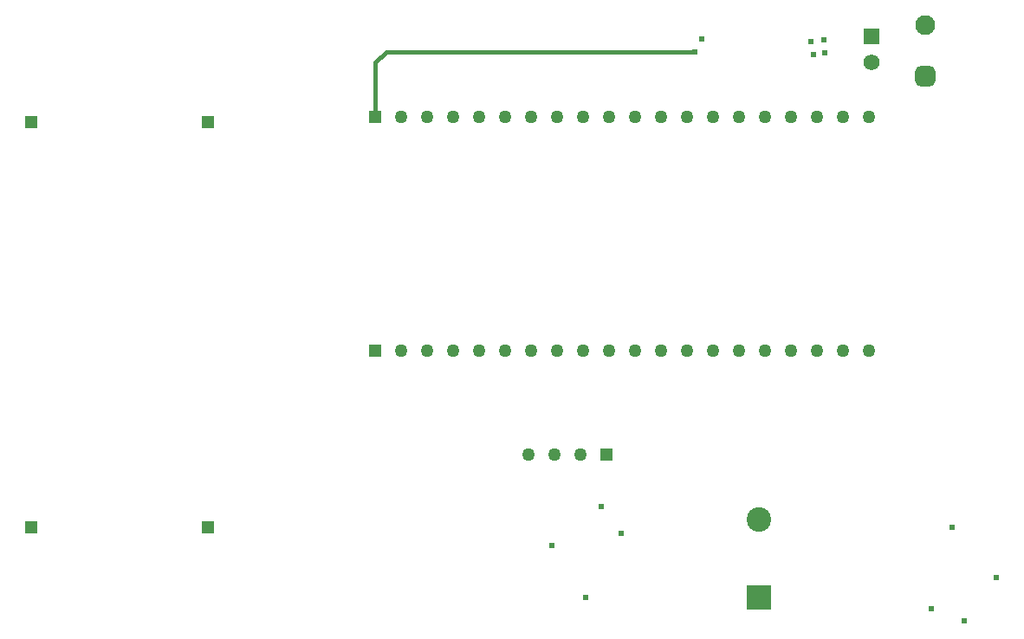
<source format=gbl>
G04*
G04 #@! TF.GenerationSoftware,Altium Limited,Altium Designer,25.8.1 (18)*
G04*
G04 Layer_Physical_Order=4*
G04 Layer_Color=16711680*
%FSLAX44Y44*%
%MOMM*%
G71*
G04*
G04 #@! TF.SameCoordinates,00868D23-33A2-40B0-AD17-1BC6AB771355*
G04*
G04*
G04 #@! TF.FilePolarity,Positive*
G04*
G01*
G75*
%ADD33R,1.5700X1.5700*%
%ADD34C,1.5700*%
%ADD40C,0.3810*%
%ADD44R,1.2580X1.2580*%
%ADD45R,1.2580X1.2580*%
%ADD46C,1.2580*%
%ADD47C,1.9500*%
G04:AMPARAMS|DCode=48|XSize=1.95mm|YSize=1.95mm|CornerRadius=0.4875mm|HoleSize=0mm|Usage=FLASHONLY|Rotation=90.000|XOffset=0mm|YOffset=0mm|HoleType=Round|Shape=RoundedRectangle|*
%AMROUNDEDRECTD48*
21,1,1.9500,0.9750,0,0,90.0*
21,1,0.9750,1.9500,0,0,90.0*
1,1,0.9750,0.4875,0.4875*
1,1,0.9750,0.4875,-0.4875*
1,1,0.9750,-0.4875,-0.4875*
1,1,0.9750,-0.4875,0.4875*
%
%ADD48ROUNDEDRECTD48*%
%ADD49C,2.4000*%
%ADD50R,2.4000X2.4000*%
%ADD51C,0.6096*%
D33*
X1647190Y956310D02*
D03*
D34*
Y930910D02*
D03*
D40*
X1172234Y941094D02*
X1474470D01*
X1162050Y877570D02*
Y930910D01*
X1172234Y941094D01*
D44*
X998030Y475950D02*
D03*
X825166D02*
D03*
X825166Y872250D02*
D03*
X998030D02*
D03*
D45*
X1388110Y547370D02*
D03*
X1162050Y877570D02*
D03*
Y648970D02*
D03*
D46*
X1492250Y877570D02*
D03*
X1314450Y648970D02*
D03*
X1311910Y547370D02*
D03*
X1339850Y877570D02*
D03*
X1314450D02*
D03*
X1337310Y547370D02*
D03*
X1362710D02*
D03*
X1187450Y877570D02*
D03*
X1212850D02*
D03*
X1238250D02*
D03*
X1263650D02*
D03*
X1289050D02*
D03*
X1365250D02*
D03*
X1390650D02*
D03*
X1416050D02*
D03*
X1441450D02*
D03*
X1466850D02*
D03*
X1517650D02*
D03*
X1543050D02*
D03*
X1568450D02*
D03*
X1593850D02*
D03*
X1619250D02*
D03*
X1644650D02*
D03*
X1187450Y648970D02*
D03*
X1212850D02*
D03*
X1238250D02*
D03*
X1263650D02*
D03*
X1289050D02*
D03*
X1339850D02*
D03*
X1365250D02*
D03*
X1390650D02*
D03*
X1416050D02*
D03*
X1441450D02*
D03*
X1466850D02*
D03*
X1492250D02*
D03*
X1517650D02*
D03*
X1543050D02*
D03*
X1568450D02*
D03*
X1593850D02*
D03*
X1619250D02*
D03*
X1644650D02*
D03*
D47*
X1699300Y967340D02*
D03*
D48*
Y917340D02*
D03*
D49*
X1536700Y483870D02*
D03*
D50*
Y407670D02*
D03*
D51*
X1474470Y941094D02*
D03*
X1725930Y476250D02*
D03*
X1600200Y952500D02*
D03*
X1601470Y939800D02*
D03*
X1769110Y426720D02*
D03*
X1737360Y384810D02*
D03*
X1705610Y396240D02*
D03*
X1587500Y951230D02*
D03*
X1480820Y953770D02*
D03*
X1590040Y938530D02*
D03*
X1383030Y496570D02*
D03*
X1402080Y469900D02*
D03*
X1367790Y407670D02*
D03*
X1334770Y458470D02*
D03*
M02*

</source>
